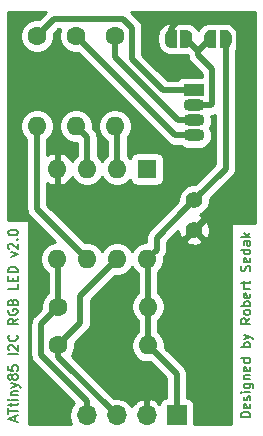
<source format=gtl>
G04 #@! TF.GenerationSoftware,KiCad,Pcbnew,5.1.10-88a1d61d58~90~ubuntu20.04.1*
G04 #@! TF.CreationDate,2021-10-12T10:11:59+02:00*
G04 #@! TF.ProjectId,attiny85_I2C_RGB_LED_v2,61747469-6e79-4383-955f-4932435f5247,2.0*
G04 #@! TF.SameCoordinates,Original*
G04 #@! TF.FileFunction,Copper,L1,Top*
G04 #@! TF.FilePolarity,Positive*
%FSLAX46Y46*%
G04 Gerber Fmt 4.6, Leading zero omitted, Abs format (unit mm)*
G04 Created by KiCad (PCBNEW 5.1.10-88a1d61d58~90~ubuntu20.04.1) date 2021-10-12 10:11:59*
%MOMM*%
%LPD*%
G01*
G04 APERTURE LIST*
G04 #@! TA.AperFunction,NonConductor*
%ADD10C,0.150000*%
G04 #@! TD*
G04 #@! TA.AperFunction,SMDPad,CuDef*
%ADD11C,0.200000*%
G04 #@! TD*
G04 #@! TA.AperFunction,ComponentPad*
%ADD12O,1.600000X1.600000*%
G04 #@! TD*
G04 #@! TA.AperFunction,ComponentPad*
%ADD13C,1.600000*%
G04 #@! TD*
G04 #@! TA.AperFunction,ComponentPad*
%ADD14R,1.600000X1.600000*%
G04 #@! TD*
G04 #@! TA.AperFunction,ComponentPad*
%ADD15R,1.700000X1.700000*%
G04 #@! TD*
G04 #@! TA.AperFunction,ComponentPad*
%ADD16O,1.700000X1.700000*%
G04 #@! TD*
G04 #@! TA.AperFunction,ComponentPad*
%ADD17R,1.800000X1.070000*%
G04 #@! TD*
G04 #@! TA.AperFunction,ComponentPad*
%ADD18O,1.800000X1.070000*%
G04 #@! TD*
G04 #@! TA.AperFunction,ComponentPad*
%ADD19C,1.400000*%
G04 #@! TD*
G04 #@! TA.AperFunction,Conductor*
%ADD20C,0.500000*%
G04 #@! TD*
G04 #@! TA.AperFunction,Conductor*
%ADD21C,0.254000*%
G04 #@! TD*
G04 #@! TA.AperFunction,Conductor*
%ADD22C,0.200000*%
G04 #@! TD*
G04 APERTURE END LIST*
D10*
X108133333Y-146076190D02*
X108133333Y-145695238D01*
X108361904Y-146152380D02*
X107561904Y-145885714D01*
X108361904Y-145619047D01*
X107561904Y-145466666D02*
X107561904Y-145009523D01*
X108361904Y-145238095D02*
X107561904Y-145238095D01*
X107828571Y-144857142D02*
X107828571Y-144552380D01*
X107561904Y-144742857D02*
X108247619Y-144742857D01*
X108323809Y-144704761D01*
X108361904Y-144628571D01*
X108361904Y-144552380D01*
X108361904Y-144285714D02*
X107828571Y-144285714D01*
X107561904Y-144285714D02*
X107600000Y-144323809D01*
X107638095Y-144285714D01*
X107600000Y-144247619D01*
X107561904Y-144285714D01*
X107638095Y-144285714D01*
X107828571Y-143904761D02*
X108361904Y-143904761D01*
X107904761Y-143904761D02*
X107866666Y-143866666D01*
X107828571Y-143790476D01*
X107828571Y-143676190D01*
X107866666Y-143600000D01*
X107942857Y-143561904D01*
X108361904Y-143561904D01*
X107828571Y-143257142D02*
X108361904Y-143066666D01*
X107828571Y-142876190D02*
X108361904Y-143066666D01*
X108552380Y-143142857D01*
X108590476Y-143180952D01*
X108628571Y-143257142D01*
X107904761Y-142457142D02*
X107866666Y-142533333D01*
X107828571Y-142571428D01*
X107752380Y-142609523D01*
X107714285Y-142609523D01*
X107638095Y-142571428D01*
X107600000Y-142533333D01*
X107561904Y-142457142D01*
X107561904Y-142304761D01*
X107600000Y-142228571D01*
X107638095Y-142190476D01*
X107714285Y-142152380D01*
X107752380Y-142152380D01*
X107828571Y-142190476D01*
X107866666Y-142228571D01*
X107904761Y-142304761D01*
X107904761Y-142457142D01*
X107942857Y-142533333D01*
X107980952Y-142571428D01*
X108057142Y-142609523D01*
X108209523Y-142609523D01*
X108285714Y-142571428D01*
X108323809Y-142533333D01*
X108361904Y-142457142D01*
X108361904Y-142304761D01*
X108323809Y-142228571D01*
X108285714Y-142190476D01*
X108209523Y-142152380D01*
X108057142Y-142152380D01*
X107980952Y-142190476D01*
X107942857Y-142228571D01*
X107904761Y-142304761D01*
X107561904Y-141428571D02*
X107561904Y-141809523D01*
X107942857Y-141847619D01*
X107904761Y-141809523D01*
X107866666Y-141733333D01*
X107866666Y-141542857D01*
X107904761Y-141466666D01*
X107942857Y-141428571D01*
X108019047Y-141390476D01*
X108209523Y-141390476D01*
X108285714Y-141428571D01*
X108323809Y-141466666D01*
X108361904Y-141542857D01*
X108361904Y-141733333D01*
X108323809Y-141809523D01*
X108285714Y-141847619D01*
X108361904Y-140438095D02*
X107561904Y-140438095D01*
X107638095Y-140095238D02*
X107600000Y-140057142D01*
X107561904Y-139980952D01*
X107561904Y-139790476D01*
X107600000Y-139714285D01*
X107638095Y-139676190D01*
X107714285Y-139638095D01*
X107790476Y-139638095D01*
X107904761Y-139676190D01*
X108361904Y-140133333D01*
X108361904Y-139638095D01*
X108285714Y-138838095D02*
X108323809Y-138876190D01*
X108361904Y-138990476D01*
X108361904Y-139066666D01*
X108323809Y-139180952D01*
X108247619Y-139257142D01*
X108171428Y-139295238D01*
X108019047Y-139333333D01*
X107904761Y-139333333D01*
X107752380Y-139295238D01*
X107676190Y-139257142D01*
X107600000Y-139180952D01*
X107561904Y-139066666D01*
X107561904Y-138990476D01*
X107600000Y-138876190D01*
X107638095Y-138838095D01*
X108361904Y-137428571D02*
X107980952Y-137695238D01*
X108361904Y-137885714D02*
X107561904Y-137885714D01*
X107561904Y-137580952D01*
X107600000Y-137504761D01*
X107638095Y-137466666D01*
X107714285Y-137428571D01*
X107828571Y-137428571D01*
X107904761Y-137466666D01*
X107942857Y-137504761D01*
X107980952Y-137580952D01*
X107980952Y-137885714D01*
X107600000Y-136666666D02*
X107561904Y-136742857D01*
X107561904Y-136857142D01*
X107600000Y-136971428D01*
X107676190Y-137047619D01*
X107752380Y-137085714D01*
X107904761Y-137123809D01*
X108019047Y-137123809D01*
X108171428Y-137085714D01*
X108247619Y-137047619D01*
X108323809Y-136971428D01*
X108361904Y-136857142D01*
X108361904Y-136780952D01*
X108323809Y-136666666D01*
X108285714Y-136628571D01*
X108019047Y-136628571D01*
X108019047Y-136780952D01*
X107942857Y-136019047D02*
X107980952Y-135904761D01*
X108019047Y-135866666D01*
X108095238Y-135828571D01*
X108209523Y-135828571D01*
X108285714Y-135866666D01*
X108323809Y-135904761D01*
X108361904Y-135980952D01*
X108361904Y-136285714D01*
X107561904Y-136285714D01*
X107561904Y-136019047D01*
X107600000Y-135942857D01*
X107638095Y-135904761D01*
X107714285Y-135866666D01*
X107790476Y-135866666D01*
X107866666Y-135904761D01*
X107904761Y-135942857D01*
X107942857Y-136019047D01*
X107942857Y-136285714D01*
X108361904Y-134495238D02*
X108361904Y-134876190D01*
X107561904Y-134876190D01*
X107942857Y-134228571D02*
X107942857Y-133961904D01*
X108361904Y-133847619D02*
X108361904Y-134228571D01*
X107561904Y-134228571D01*
X107561904Y-133847619D01*
X108361904Y-133504761D02*
X107561904Y-133504761D01*
X107561904Y-133314285D01*
X107600000Y-133200000D01*
X107676190Y-133123809D01*
X107752380Y-133085714D01*
X107904761Y-133047619D01*
X108019047Y-133047619D01*
X108171428Y-133085714D01*
X108247619Y-133123809D01*
X108323809Y-133200000D01*
X108361904Y-133314285D01*
X108361904Y-133504761D01*
X107828571Y-132171428D02*
X108361904Y-131980952D01*
X107828571Y-131790476D01*
X107638095Y-131523809D02*
X107600000Y-131485714D01*
X107561904Y-131409523D01*
X107561904Y-131219047D01*
X107600000Y-131142857D01*
X107638095Y-131104761D01*
X107714285Y-131066666D01*
X107790476Y-131066666D01*
X107904761Y-131104761D01*
X108361904Y-131561904D01*
X108361904Y-131066666D01*
X108285714Y-130723809D02*
X108323809Y-130685714D01*
X108361904Y-130723809D01*
X108323809Y-130761904D01*
X108285714Y-130723809D01*
X108361904Y-130723809D01*
X107561904Y-130190476D02*
X107561904Y-130114285D01*
X107600000Y-130038095D01*
X107638095Y-130000000D01*
X107714285Y-129961904D01*
X107866666Y-129923809D01*
X108057142Y-129923809D01*
X108209523Y-129961904D01*
X108285714Y-130000000D01*
X108323809Y-130038095D01*
X108361904Y-130114285D01*
X108361904Y-130190476D01*
X108323809Y-130266666D01*
X108285714Y-130304761D01*
X108209523Y-130342857D01*
X108057142Y-130380952D01*
X107866666Y-130380952D01*
X107714285Y-130342857D01*
X107638095Y-130304761D01*
X107600000Y-130266666D01*
X107561904Y-130190476D01*
X128061904Y-145790476D02*
X127261904Y-145790476D01*
X127261904Y-145600000D01*
X127300000Y-145485714D01*
X127376190Y-145409523D01*
X127452380Y-145371428D01*
X127604761Y-145333333D01*
X127719047Y-145333333D01*
X127871428Y-145371428D01*
X127947619Y-145409523D01*
X128023809Y-145485714D01*
X128061904Y-145600000D01*
X128061904Y-145790476D01*
X128023809Y-144685714D02*
X128061904Y-144761904D01*
X128061904Y-144914285D01*
X128023809Y-144990476D01*
X127947619Y-145028571D01*
X127642857Y-145028571D01*
X127566666Y-144990476D01*
X127528571Y-144914285D01*
X127528571Y-144761904D01*
X127566666Y-144685714D01*
X127642857Y-144647619D01*
X127719047Y-144647619D01*
X127795238Y-145028571D01*
X128023809Y-144342857D02*
X128061904Y-144266666D01*
X128061904Y-144114285D01*
X128023809Y-144038095D01*
X127947619Y-144000000D01*
X127909523Y-144000000D01*
X127833333Y-144038095D01*
X127795238Y-144114285D01*
X127795238Y-144228571D01*
X127757142Y-144304761D01*
X127680952Y-144342857D01*
X127642857Y-144342857D01*
X127566666Y-144304761D01*
X127528571Y-144228571D01*
X127528571Y-144114285D01*
X127566666Y-144038095D01*
X128061904Y-143657142D02*
X127528571Y-143657142D01*
X127261904Y-143657142D02*
X127300000Y-143695238D01*
X127338095Y-143657142D01*
X127300000Y-143619047D01*
X127261904Y-143657142D01*
X127338095Y-143657142D01*
X127528571Y-142933333D02*
X128176190Y-142933333D01*
X128252380Y-142971428D01*
X128290476Y-143009523D01*
X128328571Y-143085714D01*
X128328571Y-143200000D01*
X128290476Y-143276190D01*
X128023809Y-142933333D02*
X128061904Y-143009523D01*
X128061904Y-143161904D01*
X128023809Y-143238095D01*
X127985714Y-143276190D01*
X127909523Y-143314285D01*
X127680952Y-143314285D01*
X127604761Y-143276190D01*
X127566666Y-143238095D01*
X127528571Y-143161904D01*
X127528571Y-143009523D01*
X127566666Y-142933333D01*
X127528571Y-142552380D02*
X128061904Y-142552380D01*
X127604761Y-142552380D02*
X127566666Y-142514285D01*
X127528571Y-142438095D01*
X127528571Y-142323809D01*
X127566666Y-142247619D01*
X127642857Y-142209523D01*
X128061904Y-142209523D01*
X128023809Y-141523809D02*
X128061904Y-141600000D01*
X128061904Y-141752380D01*
X128023809Y-141828571D01*
X127947619Y-141866666D01*
X127642857Y-141866666D01*
X127566666Y-141828571D01*
X127528571Y-141752380D01*
X127528571Y-141600000D01*
X127566666Y-141523809D01*
X127642857Y-141485714D01*
X127719047Y-141485714D01*
X127795238Y-141866666D01*
X128061904Y-140800000D02*
X127261904Y-140800000D01*
X128023809Y-140800000D02*
X128061904Y-140876190D01*
X128061904Y-141028571D01*
X128023809Y-141104761D01*
X127985714Y-141142857D01*
X127909523Y-141180952D01*
X127680952Y-141180952D01*
X127604761Y-141142857D01*
X127566666Y-141104761D01*
X127528571Y-141028571D01*
X127528571Y-140876190D01*
X127566666Y-140800000D01*
X128061904Y-139809523D02*
X127261904Y-139809523D01*
X127566666Y-139809523D02*
X127528571Y-139733333D01*
X127528571Y-139580952D01*
X127566666Y-139504761D01*
X127604761Y-139466666D01*
X127680952Y-139428571D01*
X127909523Y-139428571D01*
X127985714Y-139466666D01*
X128023809Y-139504761D01*
X128061904Y-139580952D01*
X128061904Y-139733333D01*
X128023809Y-139809523D01*
X127528571Y-139161904D02*
X128061904Y-138971428D01*
X127528571Y-138780952D02*
X128061904Y-138971428D01*
X128252380Y-139047619D01*
X128290476Y-139085714D01*
X128328571Y-139161904D01*
X128061904Y-137409523D02*
X127680952Y-137676190D01*
X128061904Y-137866666D02*
X127261904Y-137866666D01*
X127261904Y-137561904D01*
X127300000Y-137485714D01*
X127338095Y-137447619D01*
X127414285Y-137409523D01*
X127528571Y-137409523D01*
X127604761Y-137447619D01*
X127642857Y-137485714D01*
X127680952Y-137561904D01*
X127680952Y-137866666D01*
X128061904Y-136952380D02*
X128023809Y-137028571D01*
X127985714Y-137066666D01*
X127909523Y-137104761D01*
X127680952Y-137104761D01*
X127604761Y-137066666D01*
X127566666Y-137028571D01*
X127528571Y-136952380D01*
X127528571Y-136838095D01*
X127566666Y-136761904D01*
X127604761Y-136723809D01*
X127680952Y-136685714D01*
X127909523Y-136685714D01*
X127985714Y-136723809D01*
X128023809Y-136761904D01*
X128061904Y-136838095D01*
X128061904Y-136952380D01*
X128061904Y-136342857D02*
X127261904Y-136342857D01*
X127566666Y-136342857D02*
X127528571Y-136266666D01*
X127528571Y-136114285D01*
X127566666Y-136038095D01*
X127604761Y-136000000D01*
X127680952Y-135961904D01*
X127909523Y-135961904D01*
X127985714Y-136000000D01*
X128023809Y-136038095D01*
X128061904Y-136114285D01*
X128061904Y-136266666D01*
X128023809Y-136342857D01*
X128023809Y-135314285D02*
X128061904Y-135390476D01*
X128061904Y-135542857D01*
X128023809Y-135619047D01*
X127947619Y-135657142D01*
X127642857Y-135657142D01*
X127566666Y-135619047D01*
X127528571Y-135542857D01*
X127528571Y-135390476D01*
X127566666Y-135314285D01*
X127642857Y-135276190D01*
X127719047Y-135276190D01*
X127795238Y-135657142D01*
X128061904Y-134933333D02*
X127528571Y-134933333D01*
X127680952Y-134933333D02*
X127604761Y-134895238D01*
X127566666Y-134857142D01*
X127528571Y-134780952D01*
X127528571Y-134704761D01*
X127528571Y-134552380D02*
X127528571Y-134247619D01*
X127261904Y-134438095D02*
X127947619Y-134438095D01*
X128023809Y-134400000D01*
X128061904Y-134323809D01*
X128061904Y-134247619D01*
X128023809Y-133409523D02*
X128061904Y-133295238D01*
X128061904Y-133104761D01*
X128023809Y-133028571D01*
X127985714Y-132990476D01*
X127909523Y-132952380D01*
X127833333Y-132952380D01*
X127757142Y-132990476D01*
X127719047Y-133028571D01*
X127680952Y-133104761D01*
X127642857Y-133257142D01*
X127604761Y-133333333D01*
X127566666Y-133371428D01*
X127490476Y-133409523D01*
X127414285Y-133409523D01*
X127338095Y-133371428D01*
X127300000Y-133333333D01*
X127261904Y-133257142D01*
X127261904Y-133066666D01*
X127300000Y-132952380D01*
X128023809Y-132304761D02*
X128061904Y-132380952D01*
X128061904Y-132533333D01*
X128023809Y-132609523D01*
X127947619Y-132647619D01*
X127642857Y-132647619D01*
X127566666Y-132609523D01*
X127528571Y-132533333D01*
X127528571Y-132380952D01*
X127566666Y-132304761D01*
X127642857Y-132266666D01*
X127719047Y-132266666D01*
X127795238Y-132647619D01*
X128061904Y-131580952D02*
X127261904Y-131580952D01*
X128023809Y-131580952D02*
X128061904Y-131657142D01*
X128061904Y-131809523D01*
X128023809Y-131885714D01*
X127985714Y-131923809D01*
X127909523Y-131961904D01*
X127680952Y-131961904D01*
X127604761Y-131923809D01*
X127566666Y-131885714D01*
X127528571Y-131809523D01*
X127528571Y-131657142D01*
X127566666Y-131580952D01*
X128061904Y-130857142D02*
X127642857Y-130857142D01*
X127566666Y-130895238D01*
X127528571Y-130971428D01*
X127528571Y-131123809D01*
X127566666Y-131200000D01*
X128023809Y-130857142D02*
X128061904Y-130933333D01*
X128061904Y-131123809D01*
X128023809Y-131200000D01*
X127947619Y-131238095D01*
X127871428Y-131238095D01*
X127795238Y-131200000D01*
X127757142Y-131123809D01*
X127757142Y-130933333D01*
X127719047Y-130857142D01*
X128061904Y-130476190D02*
X127261904Y-130476190D01*
X127757142Y-130400000D02*
X128061904Y-130171428D01*
X127528571Y-130171428D02*
X127833333Y-130476190D01*
G04 #@! TA.AperFunction,SMDPad,CuDef*
D11*
G36*
X121346200Y-114490598D02*
G01*
X121321666Y-114490598D01*
X121272835Y-114485788D01*
X121224710Y-114476216D01*
X121177755Y-114461972D01*
X121132422Y-114443195D01*
X121089149Y-114420064D01*
X121048350Y-114392804D01*
X121010421Y-114361676D01*
X120975724Y-114326979D01*
X120944596Y-114289050D01*
X120917336Y-114248251D01*
X120894205Y-114204978D01*
X120875428Y-114159645D01*
X120861184Y-114112690D01*
X120851612Y-114064565D01*
X120846802Y-114015734D01*
X120846802Y-113991200D01*
X120846200Y-113991200D01*
X120846200Y-113491200D01*
X120846802Y-113491200D01*
X120846802Y-113466666D01*
X120851612Y-113417835D01*
X120861184Y-113369710D01*
X120875428Y-113322755D01*
X120894205Y-113277422D01*
X120917336Y-113234149D01*
X120944596Y-113193350D01*
X120975724Y-113155421D01*
X121010421Y-113120724D01*
X121048350Y-113089596D01*
X121089149Y-113062336D01*
X121132422Y-113039205D01*
X121177755Y-113020428D01*
X121224710Y-113006184D01*
X121272835Y-112996612D01*
X121321666Y-112991802D01*
X121346200Y-112991802D01*
X121346200Y-112991200D01*
X121846200Y-112991200D01*
X121846200Y-114491200D01*
X121346200Y-114491200D01*
X121346200Y-114490598D01*
G37*
G04 #@! TD.AperFunction*
G04 #@! TA.AperFunction,SMDPad,CuDef*
G36*
X122146200Y-112991200D02*
G01*
X122646200Y-112991200D01*
X122646200Y-112991802D01*
X122670734Y-112991802D01*
X122719565Y-112996612D01*
X122767690Y-113006184D01*
X122814645Y-113020428D01*
X122859978Y-113039205D01*
X122903251Y-113062336D01*
X122944050Y-113089596D01*
X122981979Y-113120724D01*
X123016676Y-113155421D01*
X123047804Y-113193350D01*
X123075064Y-113234149D01*
X123098195Y-113277422D01*
X123116972Y-113322755D01*
X123131216Y-113369710D01*
X123140788Y-113417835D01*
X123145598Y-113466666D01*
X123145598Y-113491200D01*
X123146200Y-113491200D01*
X123146200Y-113991200D01*
X123145598Y-113991200D01*
X123145598Y-114015734D01*
X123140788Y-114064565D01*
X123131216Y-114112690D01*
X123116972Y-114159645D01*
X123098195Y-114204978D01*
X123075064Y-114248251D01*
X123047804Y-114289050D01*
X123016676Y-114326979D01*
X122981979Y-114361676D01*
X122944050Y-114392804D01*
X122903251Y-114420064D01*
X122859978Y-114443195D01*
X122814645Y-114461972D01*
X122767690Y-114476216D01*
X122719565Y-114485788D01*
X122670734Y-114490598D01*
X122646200Y-114490598D01*
X122646200Y-114491200D01*
X122146200Y-114491200D01*
X122146200Y-112991200D01*
G37*
G04 #@! TD.AperFunction*
G04 #@! TA.AperFunction,SMDPad,CuDef*
G36*
X125484000Y-112991200D02*
G01*
X125984000Y-112991200D01*
X125984000Y-112991802D01*
X126008534Y-112991802D01*
X126057365Y-112996612D01*
X126105490Y-113006184D01*
X126152445Y-113020428D01*
X126197778Y-113039205D01*
X126241051Y-113062336D01*
X126281850Y-113089596D01*
X126319779Y-113120724D01*
X126354476Y-113155421D01*
X126385604Y-113193350D01*
X126412864Y-113234149D01*
X126435995Y-113277422D01*
X126454772Y-113322755D01*
X126469016Y-113369710D01*
X126478588Y-113417835D01*
X126483398Y-113466666D01*
X126483398Y-113491200D01*
X126484000Y-113491200D01*
X126484000Y-113991200D01*
X126483398Y-113991200D01*
X126483398Y-114015734D01*
X126478588Y-114064565D01*
X126469016Y-114112690D01*
X126454772Y-114159645D01*
X126435995Y-114204978D01*
X126412864Y-114248251D01*
X126385604Y-114289050D01*
X126354476Y-114326979D01*
X126319779Y-114361676D01*
X126281850Y-114392804D01*
X126241051Y-114420064D01*
X126197778Y-114443195D01*
X126152445Y-114461972D01*
X126105490Y-114476216D01*
X126057365Y-114485788D01*
X126008534Y-114490598D01*
X125984000Y-114490598D01*
X125984000Y-114491200D01*
X125484000Y-114491200D01*
X125484000Y-112991200D01*
G37*
G04 #@! TD.AperFunction*
G04 #@! TA.AperFunction,SMDPad,CuDef*
G36*
X124684000Y-114490598D02*
G01*
X124659466Y-114490598D01*
X124610635Y-114485788D01*
X124562510Y-114476216D01*
X124515555Y-114461972D01*
X124470222Y-114443195D01*
X124426949Y-114420064D01*
X124386150Y-114392804D01*
X124348221Y-114361676D01*
X124313524Y-114326979D01*
X124282396Y-114289050D01*
X124255136Y-114248251D01*
X124232005Y-114204978D01*
X124213228Y-114159645D01*
X124198984Y-114112690D01*
X124189412Y-114064565D01*
X124184602Y-114015734D01*
X124184602Y-113991200D01*
X124184000Y-113991200D01*
X124184000Y-113491200D01*
X124184602Y-113491200D01*
X124184602Y-113466666D01*
X124189412Y-113417835D01*
X124198984Y-113369710D01*
X124213228Y-113322755D01*
X124232005Y-113277422D01*
X124255136Y-113234149D01*
X124282396Y-113193350D01*
X124313524Y-113155421D01*
X124348221Y-113120724D01*
X124386150Y-113089596D01*
X124426949Y-113062336D01*
X124470222Y-113039205D01*
X124515555Y-113020428D01*
X124562510Y-113006184D01*
X124610635Y-112996612D01*
X124659466Y-112991802D01*
X124684000Y-112991802D01*
X124684000Y-112991200D01*
X125184000Y-112991200D01*
X125184000Y-114491200D01*
X124684000Y-114491200D01*
X124684000Y-114490598D01*
G37*
G04 #@! TD.AperFunction*
D12*
X119405400Y-139700000D03*
D13*
X111785400Y-139700000D03*
X111785400Y-136400000D03*
D12*
X119405400Y-136400000D03*
D14*
X119330000Y-124760000D03*
D12*
X111710000Y-132380000D03*
X116790000Y-124760000D03*
X114250000Y-132380000D03*
X114250000Y-124760000D03*
X116790000Y-132380000D03*
X111710000Y-124760000D03*
X119330000Y-132380000D03*
D15*
X121825400Y-145626400D03*
D16*
X119285400Y-145626400D03*
X116745400Y-145626400D03*
X114205400Y-145626400D03*
D17*
X123300000Y-118100000D03*
D18*
X123300000Y-119370000D03*
X123300000Y-120640000D03*
X123300000Y-121910000D03*
D19*
X123300000Y-127400000D03*
X123300000Y-129900000D03*
D13*
X110000000Y-113500000D03*
D12*
X110000000Y-121120000D03*
X116600000Y-121120000D03*
D13*
X116600000Y-113500000D03*
X113300000Y-113500000D03*
D12*
X113300000Y-121120000D03*
D20*
X123300000Y-118100000D02*
X120700000Y-118100000D01*
X120700000Y-118100000D02*
X118950001Y-116350001D01*
X118186200Y-115586200D02*
X120700000Y-118100000D01*
X111450001Y-112049999D02*
X110000000Y-113500000D01*
X117296001Y-112049999D02*
X111450001Y-112049999D01*
X118051100Y-112805098D02*
X117296001Y-112049999D01*
X118051100Y-115451100D02*
X118051100Y-112805098D01*
X120700000Y-118100000D02*
X118051100Y-115451100D01*
X114250000Y-122070000D02*
X113300000Y-121120000D01*
X114250000Y-124760000D02*
X114250000Y-122070000D01*
X116790000Y-121310000D02*
X116600000Y-121120000D01*
X116790000Y-124760000D02*
X116790000Y-121310000D01*
X110000000Y-128130000D02*
X110000000Y-121120000D01*
X114250000Y-132380000D02*
X110000000Y-128130000D01*
X116600000Y-115272806D02*
X116600000Y-114631370D01*
X116600000Y-114631370D02*
X116600000Y-113500000D01*
X121967194Y-120640000D02*
X116600000Y-115272806D01*
X123300000Y-120640000D02*
X121967194Y-120640000D01*
X121710000Y-121910000D02*
X113300000Y-113500000D01*
X123300000Y-121910000D02*
X121710000Y-121910000D01*
X111780000Y-132450000D02*
X111710000Y-132380000D01*
X111785400Y-132455400D02*
X111710000Y-132380000D01*
X111785400Y-136400000D02*
X111785400Y-132455400D01*
X110335399Y-137850001D02*
X110985401Y-137199999D01*
X110335399Y-140489205D02*
X110335399Y-137850001D01*
X114205400Y-144359206D02*
X110335399Y-140489205D01*
X110985401Y-137199999D02*
X111785400Y-136400000D01*
X114205400Y-145626400D02*
X114205400Y-144359206D01*
X116720000Y-132450000D02*
X116790000Y-132380000D01*
X111785400Y-140666400D02*
X111785400Y-139700000D01*
X116745400Y-145626400D02*
X111785400Y-140666400D01*
X111785400Y-139700000D02*
X113690400Y-137795000D01*
X113690400Y-135479600D02*
X116790000Y-132380000D01*
X113690400Y-137795000D02*
X113690400Y-135479600D01*
X119355400Y-145556400D02*
X119425400Y-145626400D01*
X121346200Y-112893608D02*
X121346200Y-113741200D01*
X121876954Y-112341190D02*
X121346200Y-112871944D01*
X121346200Y-112871944D02*
X121346200Y-112893608D01*
X126456946Y-112341190D02*
X121876954Y-112341190D01*
X127134010Y-113018254D02*
X126456946Y-112341190D01*
X127134010Y-126065990D02*
X127134010Y-113018254D01*
X123300000Y-129900000D02*
X127134010Y-126065990D01*
X119530000Y-132580000D02*
X119330000Y-132380000D01*
X122600001Y-128099999D02*
X123300000Y-127400000D01*
X120129999Y-131580001D02*
X120129999Y-130570001D01*
X120129999Y-130570001D02*
X122600001Y-128099999D01*
X119330000Y-132380000D02*
X120129999Y-131580001D01*
X121825400Y-142120000D02*
X119405400Y-139700000D01*
X121825400Y-145626400D02*
X121825400Y-142120000D01*
X119405400Y-139700000D02*
X119405400Y-136400000D01*
X119405400Y-132455400D02*
X119330000Y-132380000D01*
X119405400Y-136400000D02*
X119405400Y-132455400D01*
X125984000Y-124716000D02*
X125984000Y-113741200D01*
X123300000Y-127400000D02*
X125984000Y-124716000D01*
X124850001Y-116315601D02*
X123647200Y-115112800D01*
X123647200Y-114778000D02*
X124684000Y-113741200D01*
X123647200Y-115112800D02*
X123647200Y-114778000D01*
X123647200Y-114742200D02*
X122646200Y-113741200D01*
X123647200Y-115112800D02*
X123647200Y-114742200D01*
X124850001Y-119219999D02*
X124850001Y-116315601D01*
X124700000Y-119370000D02*
X124850001Y-119219999D01*
X123300000Y-119370000D02*
X124700000Y-119370000D01*
D21*
X128465000Y-129309047D02*
X126451500Y-129309047D01*
X126451500Y-146356400D01*
X123313472Y-146356400D01*
X123313472Y-144776400D01*
X123301212Y-144651918D01*
X123264902Y-144532220D01*
X123205937Y-144421906D01*
X123126585Y-144325215D01*
X123029894Y-144245863D01*
X122919580Y-144186898D01*
X122799882Y-144150588D01*
X122710400Y-144141775D01*
X122710400Y-142163469D01*
X122714681Y-142120000D01*
X122710400Y-142076531D01*
X122710400Y-142076523D01*
X122697595Y-141946510D01*
X122646989Y-141779687D01*
X122564811Y-141625941D01*
X122481932Y-141524953D01*
X122481930Y-141524951D01*
X122454217Y-141491183D01*
X122420449Y-141463470D01*
X120833417Y-139876439D01*
X120840400Y-139841335D01*
X120840400Y-139558665D01*
X120785253Y-139281426D01*
X120677080Y-139020273D01*
X120520037Y-138785241D01*
X120320159Y-138585363D01*
X120290400Y-138565479D01*
X120290400Y-137534521D01*
X120320159Y-137514637D01*
X120520037Y-137314759D01*
X120677080Y-137079727D01*
X120785253Y-136818574D01*
X120840400Y-136541335D01*
X120840400Y-136258665D01*
X120785253Y-135981426D01*
X120677080Y-135720273D01*
X120520037Y-135485241D01*
X120320159Y-135285363D01*
X120290400Y-135265479D01*
X120290400Y-133448996D01*
X120444637Y-133294759D01*
X120601680Y-133059727D01*
X120709853Y-132798574D01*
X120765000Y-132521335D01*
X120765000Y-132238665D01*
X120759015Y-132208576D01*
X120869410Y-132074060D01*
X120951588Y-131920314D01*
X121002194Y-131753491D01*
X121014999Y-131623478D01*
X121014999Y-131623468D01*
X121019280Y-131580002D01*
X121014999Y-131536536D01*
X121014999Y-130936579D01*
X121130309Y-130821269D01*
X122558336Y-130821269D01*
X122617797Y-131055037D01*
X122856242Y-131165934D01*
X123111740Y-131228183D01*
X123374473Y-131239390D01*
X123634344Y-131199125D01*
X123881366Y-131108935D01*
X123982203Y-131055037D01*
X124041664Y-130821269D01*
X123300000Y-130079605D01*
X122558336Y-130821269D01*
X121130309Y-130821269D01*
X121962823Y-129988756D01*
X122000875Y-130234344D01*
X122091065Y-130481366D01*
X122144963Y-130582203D01*
X122378731Y-130641664D01*
X123120395Y-129900000D01*
X123479605Y-129900000D01*
X124221269Y-130641664D01*
X124455037Y-130582203D01*
X124565934Y-130343758D01*
X124628183Y-130088260D01*
X124639390Y-129825527D01*
X124599125Y-129565656D01*
X124508935Y-129318634D01*
X124455037Y-129217797D01*
X124221269Y-129158336D01*
X123479605Y-129900000D01*
X123120395Y-129900000D01*
X123106253Y-129885858D01*
X123285858Y-129706253D01*
X123300000Y-129720395D01*
X124041664Y-128978731D01*
X123982203Y-128744963D01*
X123774596Y-128648408D01*
X123932359Y-128583061D01*
X124151013Y-128436962D01*
X124336962Y-128251013D01*
X124483061Y-128032359D01*
X124583696Y-127789405D01*
X124635000Y-127531486D01*
X124635000Y-127316578D01*
X126579050Y-125372529D01*
X126612817Y-125344817D01*
X126723411Y-125210059D01*
X126805589Y-125056313D01*
X126856195Y-124889490D01*
X126869000Y-124759477D01*
X126869000Y-124759467D01*
X126873281Y-124716001D01*
X126869000Y-124672535D01*
X126869000Y-114701934D01*
X126901042Y-114662891D01*
X126955498Y-114581392D01*
X127014464Y-114471075D01*
X127051973Y-114380519D01*
X127088282Y-114260823D01*
X127107404Y-114164690D01*
X127119664Y-114040209D01*
X127119664Y-114015650D01*
X127122072Y-113991200D01*
X127122072Y-113491200D01*
X127119664Y-113466750D01*
X127119664Y-113442191D01*
X127107404Y-113317710D01*
X127088282Y-113221577D01*
X127051973Y-113101881D01*
X127014464Y-113011325D01*
X126955498Y-112901008D01*
X126901042Y-112819509D01*
X126821690Y-112722818D01*
X126752382Y-112653510D01*
X126655691Y-112574158D01*
X126574192Y-112519702D01*
X126463875Y-112460736D01*
X126373319Y-112423227D01*
X126253623Y-112386918D01*
X126157490Y-112367796D01*
X126033009Y-112355536D01*
X126008450Y-112355536D01*
X125984000Y-112353128D01*
X125484000Y-112353128D01*
X125359518Y-112365388D01*
X125334000Y-112373129D01*
X125308482Y-112365388D01*
X125184000Y-112353128D01*
X124684000Y-112353128D01*
X124659550Y-112355536D01*
X124634991Y-112355536D01*
X124510510Y-112367796D01*
X124414377Y-112386918D01*
X124294681Y-112423227D01*
X124204125Y-112460736D01*
X124093808Y-112519702D01*
X124012309Y-112574158D01*
X123915618Y-112653510D01*
X123846310Y-112722818D01*
X123766958Y-112819509D01*
X123712502Y-112901008D01*
X123665100Y-112989690D01*
X123617698Y-112901008D01*
X123563242Y-112819509D01*
X123483890Y-112722818D01*
X123414582Y-112653510D01*
X123317891Y-112574158D01*
X123236392Y-112519702D01*
X123126075Y-112460736D01*
X123035519Y-112423227D01*
X122915823Y-112386918D01*
X122819690Y-112367796D01*
X122695209Y-112355536D01*
X122670650Y-112355536D01*
X122646200Y-112353128D01*
X122146200Y-112353128D01*
X122021718Y-112365388D01*
X121996200Y-112373129D01*
X121970682Y-112365388D01*
X121846200Y-112353128D01*
X121346200Y-112353128D01*
X121321750Y-112355536D01*
X121297191Y-112355536D01*
X121172710Y-112367796D01*
X121076577Y-112386918D01*
X120956881Y-112423227D01*
X120866325Y-112460736D01*
X120756008Y-112519702D01*
X120674509Y-112574158D01*
X120577818Y-112653510D01*
X120508510Y-112722818D01*
X120429158Y-112819509D01*
X120374702Y-112901008D01*
X120315736Y-113011325D01*
X120278227Y-113101881D01*
X120241918Y-113221577D01*
X120222796Y-113317710D01*
X120210536Y-113442191D01*
X120210536Y-113466750D01*
X120208128Y-113491200D01*
X120208128Y-113991200D01*
X120210536Y-114015650D01*
X120210536Y-114040209D01*
X120222796Y-114164690D01*
X120241918Y-114260823D01*
X120278227Y-114380519D01*
X120315736Y-114471075D01*
X120374702Y-114581392D01*
X120429158Y-114662891D01*
X120508510Y-114759582D01*
X120577818Y-114828890D01*
X120674509Y-114908242D01*
X120756008Y-114962698D01*
X120866325Y-115021664D01*
X120956881Y-115059173D01*
X121076577Y-115095482D01*
X121172710Y-115114604D01*
X121297191Y-115126864D01*
X121321750Y-115126864D01*
X121346200Y-115129272D01*
X121846200Y-115129272D01*
X121970682Y-115117012D01*
X121996200Y-115109271D01*
X122021718Y-115117012D01*
X122146200Y-115129272D01*
X122646200Y-115129272D01*
X122670650Y-115126864D01*
X122695209Y-115126864D01*
X122758688Y-115120612D01*
X122762200Y-115156269D01*
X122762200Y-115156276D01*
X122775005Y-115286289D01*
X122825611Y-115453112D01*
X122907789Y-115606858D01*
X123018383Y-115741617D01*
X123052156Y-115769334D01*
X123965002Y-116682181D01*
X123965002Y-116926928D01*
X122400000Y-116926928D01*
X122275518Y-116939188D01*
X122155820Y-116975498D01*
X122045506Y-117034463D01*
X121948815Y-117113815D01*
X121869463Y-117210506D01*
X121867061Y-117215000D01*
X121066579Y-117215000D01*
X120123703Y-116272124D01*
X118936100Y-115084522D01*
X118936100Y-112848563D01*
X118940381Y-112805097D01*
X118936100Y-112761631D01*
X118936100Y-112761621D01*
X118923295Y-112631608D01*
X118872689Y-112464785D01*
X118790511Y-112311039D01*
X118679917Y-112176281D01*
X118646149Y-112148568D01*
X117952535Y-111454955D01*
X117936158Y-111435000D01*
X128465001Y-111435000D01*
X128465000Y-129309047D01*
G04 #@! TA.AperFunction,Conductor*
D22*
G36*
X128465000Y-129309047D02*
G01*
X126451500Y-129309047D01*
X126451500Y-146356400D01*
X123313472Y-146356400D01*
X123313472Y-144776400D01*
X123301212Y-144651918D01*
X123264902Y-144532220D01*
X123205937Y-144421906D01*
X123126585Y-144325215D01*
X123029894Y-144245863D01*
X122919580Y-144186898D01*
X122799882Y-144150588D01*
X122710400Y-144141775D01*
X122710400Y-142163469D01*
X122714681Y-142120000D01*
X122710400Y-142076531D01*
X122710400Y-142076523D01*
X122697595Y-141946510D01*
X122646989Y-141779687D01*
X122564811Y-141625941D01*
X122481932Y-141524953D01*
X122481930Y-141524951D01*
X122454217Y-141491183D01*
X122420449Y-141463470D01*
X120833417Y-139876439D01*
X120840400Y-139841335D01*
X120840400Y-139558665D01*
X120785253Y-139281426D01*
X120677080Y-139020273D01*
X120520037Y-138785241D01*
X120320159Y-138585363D01*
X120290400Y-138565479D01*
X120290400Y-137534521D01*
X120320159Y-137514637D01*
X120520037Y-137314759D01*
X120677080Y-137079727D01*
X120785253Y-136818574D01*
X120840400Y-136541335D01*
X120840400Y-136258665D01*
X120785253Y-135981426D01*
X120677080Y-135720273D01*
X120520037Y-135485241D01*
X120320159Y-135285363D01*
X120290400Y-135265479D01*
X120290400Y-133448996D01*
X120444637Y-133294759D01*
X120601680Y-133059727D01*
X120709853Y-132798574D01*
X120765000Y-132521335D01*
X120765000Y-132238665D01*
X120759015Y-132208576D01*
X120869410Y-132074060D01*
X120951588Y-131920314D01*
X121002194Y-131753491D01*
X121014999Y-131623478D01*
X121014999Y-131623468D01*
X121019280Y-131580002D01*
X121014999Y-131536536D01*
X121014999Y-130936579D01*
X121130309Y-130821269D01*
X122558336Y-130821269D01*
X122617797Y-131055037D01*
X122856242Y-131165934D01*
X123111740Y-131228183D01*
X123374473Y-131239390D01*
X123634344Y-131199125D01*
X123881366Y-131108935D01*
X123982203Y-131055037D01*
X124041664Y-130821269D01*
X123300000Y-130079605D01*
X122558336Y-130821269D01*
X121130309Y-130821269D01*
X121962823Y-129988756D01*
X122000875Y-130234344D01*
X122091065Y-130481366D01*
X122144963Y-130582203D01*
X122378731Y-130641664D01*
X123120395Y-129900000D01*
X123479605Y-129900000D01*
X124221269Y-130641664D01*
X124455037Y-130582203D01*
X124565934Y-130343758D01*
X124628183Y-130088260D01*
X124639390Y-129825527D01*
X124599125Y-129565656D01*
X124508935Y-129318634D01*
X124455037Y-129217797D01*
X124221269Y-129158336D01*
X123479605Y-129900000D01*
X123120395Y-129900000D01*
X123106253Y-129885858D01*
X123285858Y-129706253D01*
X123300000Y-129720395D01*
X124041664Y-128978731D01*
X123982203Y-128744963D01*
X123774596Y-128648408D01*
X123932359Y-128583061D01*
X124151013Y-128436962D01*
X124336962Y-128251013D01*
X124483061Y-128032359D01*
X124583696Y-127789405D01*
X124635000Y-127531486D01*
X124635000Y-127316578D01*
X126579050Y-125372529D01*
X126612817Y-125344817D01*
X126723411Y-125210059D01*
X126805589Y-125056313D01*
X126856195Y-124889490D01*
X126869000Y-124759477D01*
X126869000Y-124759467D01*
X126873281Y-124716001D01*
X126869000Y-124672535D01*
X126869000Y-114701934D01*
X126901042Y-114662891D01*
X126955498Y-114581392D01*
X127014464Y-114471075D01*
X127051973Y-114380519D01*
X127088282Y-114260823D01*
X127107404Y-114164690D01*
X127119664Y-114040209D01*
X127119664Y-114015650D01*
X127122072Y-113991200D01*
X127122072Y-113491200D01*
X127119664Y-113466750D01*
X127119664Y-113442191D01*
X127107404Y-113317710D01*
X127088282Y-113221577D01*
X127051973Y-113101881D01*
X127014464Y-113011325D01*
X126955498Y-112901008D01*
X126901042Y-112819509D01*
X126821690Y-112722818D01*
X126752382Y-112653510D01*
X126655691Y-112574158D01*
X126574192Y-112519702D01*
X126463875Y-112460736D01*
X126373319Y-112423227D01*
X126253623Y-112386918D01*
X126157490Y-112367796D01*
X126033009Y-112355536D01*
X126008450Y-112355536D01*
X125984000Y-112353128D01*
X125484000Y-112353128D01*
X125359518Y-112365388D01*
X125334000Y-112373129D01*
X125308482Y-112365388D01*
X125184000Y-112353128D01*
X124684000Y-112353128D01*
X124659550Y-112355536D01*
X124634991Y-112355536D01*
X124510510Y-112367796D01*
X124414377Y-112386918D01*
X124294681Y-112423227D01*
X124204125Y-112460736D01*
X124093808Y-112519702D01*
X124012309Y-112574158D01*
X123915618Y-112653510D01*
X123846310Y-112722818D01*
X123766958Y-112819509D01*
X123712502Y-112901008D01*
X123665100Y-112989690D01*
X123617698Y-112901008D01*
X123563242Y-112819509D01*
X123483890Y-112722818D01*
X123414582Y-112653510D01*
X123317891Y-112574158D01*
X123236392Y-112519702D01*
X123126075Y-112460736D01*
X123035519Y-112423227D01*
X122915823Y-112386918D01*
X122819690Y-112367796D01*
X122695209Y-112355536D01*
X122670650Y-112355536D01*
X122646200Y-112353128D01*
X122146200Y-112353128D01*
X122021718Y-112365388D01*
X121996200Y-112373129D01*
X121970682Y-112365388D01*
X121846200Y-112353128D01*
X121346200Y-112353128D01*
X121321750Y-112355536D01*
X121297191Y-112355536D01*
X121172710Y-112367796D01*
X121076577Y-112386918D01*
X120956881Y-112423227D01*
X120866325Y-112460736D01*
X120756008Y-112519702D01*
X120674509Y-112574158D01*
X120577818Y-112653510D01*
X120508510Y-112722818D01*
X120429158Y-112819509D01*
X120374702Y-112901008D01*
X120315736Y-113011325D01*
X120278227Y-113101881D01*
X120241918Y-113221577D01*
X120222796Y-113317710D01*
X120210536Y-113442191D01*
X120210536Y-113466750D01*
X120208128Y-113491200D01*
X120208128Y-113991200D01*
X120210536Y-114015650D01*
X120210536Y-114040209D01*
X120222796Y-114164690D01*
X120241918Y-114260823D01*
X120278227Y-114380519D01*
X120315736Y-114471075D01*
X120374702Y-114581392D01*
X120429158Y-114662891D01*
X120508510Y-114759582D01*
X120577818Y-114828890D01*
X120674509Y-114908242D01*
X120756008Y-114962698D01*
X120866325Y-115021664D01*
X120956881Y-115059173D01*
X121076577Y-115095482D01*
X121172710Y-115114604D01*
X121297191Y-115126864D01*
X121321750Y-115126864D01*
X121346200Y-115129272D01*
X121846200Y-115129272D01*
X121970682Y-115117012D01*
X121996200Y-115109271D01*
X122021718Y-115117012D01*
X122146200Y-115129272D01*
X122646200Y-115129272D01*
X122670650Y-115126864D01*
X122695209Y-115126864D01*
X122758688Y-115120612D01*
X122762200Y-115156269D01*
X122762200Y-115156276D01*
X122775005Y-115286289D01*
X122825611Y-115453112D01*
X122907789Y-115606858D01*
X123018383Y-115741617D01*
X123052156Y-115769334D01*
X123965002Y-116682181D01*
X123965002Y-116926928D01*
X122400000Y-116926928D01*
X122275518Y-116939188D01*
X122155820Y-116975498D01*
X122045506Y-117034463D01*
X121948815Y-117113815D01*
X121869463Y-117210506D01*
X121867061Y-117215000D01*
X121066579Y-117215000D01*
X120123703Y-116272124D01*
X118936100Y-115084522D01*
X118936100Y-112848563D01*
X118940381Y-112805097D01*
X118936100Y-112761631D01*
X118936100Y-112761621D01*
X118923295Y-112631608D01*
X118872689Y-112464785D01*
X118790511Y-112311039D01*
X118679917Y-112176281D01*
X118646149Y-112148568D01*
X117952535Y-111454955D01*
X117936158Y-111435000D01*
X128465001Y-111435000D01*
X128465000Y-129309047D01*
G37*
G04 #@! TD.AperFunction*
D21*
X110793471Y-111454950D02*
X110176439Y-112071983D01*
X110141335Y-112065000D01*
X109858665Y-112065000D01*
X109581426Y-112120147D01*
X109320273Y-112228320D01*
X109085241Y-112385363D01*
X108885363Y-112585241D01*
X108728320Y-112820273D01*
X108620147Y-113081426D01*
X108565000Y-113358665D01*
X108565000Y-113641335D01*
X108620147Y-113918574D01*
X108728320Y-114179727D01*
X108885363Y-114414759D01*
X109085241Y-114614637D01*
X109320273Y-114771680D01*
X109581426Y-114879853D01*
X109858665Y-114935000D01*
X110141335Y-114935000D01*
X110418574Y-114879853D01*
X110679727Y-114771680D01*
X110914759Y-114614637D01*
X111114637Y-114414759D01*
X111271680Y-114179727D01*
X111379853Y-113918574D01*
X111435000Y-113641335D01*
X111435000Y-113358665D01*
X111428017Y-113323561D01*
X111816580Y-112934999D01*
X111980799Y-112934999D01*
X111920147Y-113081426D01*
X111865000Y-113358665D01*
X111865000Y-113641335D01*
X111920147Y-113918574D01*
X112028320Y-114179727D01*
X112185363Y-114414759D01*
X112385241Y-114614637D01*
X112620273Y-114771680D01*
X112881426Y-114879853D01*
X113158665Y-114935000D01*
X113441335Y-114935000D01*
X113476439Y-114928017D01*
X121053470Y-122505049D01*
X121081183Y-122538817D01*
X121114951Y-122566530D01*
X121114953Y-122566532D01*
X121186452Y-122625210D01*
X121215941Y-122649411D01*
X121369687Y-122731589D01*
X121536510Y-122782195D01*
X121666523Y-122795000D01*
X121666533Y-122795000D01*
X121709999Y-122799281D01*
X121753466Y-122795000D01*
X122169094Y-122795000D01*
X122281838Y-122887526D01*
X122485094Y-122996169D01*
X122705640Y-123063071D01*
X122877523Y-123080000D01*
X123722477Y-123080000D01*
X123894360Y-123063071D01*
X124114906Y-122996169D01*
X124318162Y-122887526D01*
X124496318Y-122741318D01*
X124642526Y-122563162D01*
X124751169Y-122359906D01*
X124818071Y-122139360D01*
X124840661Y-121910000D01*
X124818071Y-121680640D01*
X124751169Y-121460094D01*
X124652234Y-121275000D01*
X124751169Y-121089906D01*
X124818071Y-120869360D01*
X124840661Y-120640000D01*
X124818071Y-120410640D01*
X124770064Y-120252381D01*
X124873490Y-120242195D01*
X125040313Y-120191589D01*
X125099000Y-120160220D01*
X125099000Y-124349421D01*
X123383422Y-126065000D01*
X123168514Y-126065000D01*
X122910595Y-126116304D01*
X122667641Y-126216939D01*
X122448987Y-126363038D01*
X122263038Y-126548987D01*
X122116939Y-126767641D01*
X122016304Y-127010595D01*
X121965000Y-127268514D01*
X121965000Y-127483421D01*
X119534950Y-129913472D01*
X119501183Y-129941184D01*
X119473470Y-129974952D01*
X119473467Y-129974955D01*
X119390589Y-130075942D01*
X119308411Y-130229688D01*
X119257804Y-130396511D01*
X119240718Y-130570001D01*
X119245000Y-130613479D01*
X119245000Y-130945000D01*
X119188665Y-130945000D01*
X118911426Y-131000147D01*
X118650273Y-131108320D01*
X118415241Y-131265363D01*
X118215363Y-131465241D01*
X118060000Y-131697759D01*
X117904637Y-131465241D01*
X117704759Y-131265363D01*
X117469727Y-131108320D01*
X117208574Y-131000147D01*
X116931335Y-130945000D01*
X116648665Y-130945000D01*
X116371426Y-131000147D01*
X116110273Y-131108320D01*
X115875241Y-131265363D01*
X115675363Y-131465241D01*
X115520000Y-131697759D01*
X115364637Y-131465241D01*
X115164759Y-131265363D01*
X114929727Y-131108320D01*
X114668574Y-131000147D01*
X114391335Y-130945000D01*
X114108665Y-130945000D01*
X114073561Y-130951983D01*
X110885000Y-127763422D01*
X110885000Y-125926118D01*
X110972580Y-125991037D01*
X111226913Y-126111246D01*
X111360961Y-126151904D01*
X111583000Y-126029915D01*
X111583000Y-124887000D01*
X111563000Y-124887000D01*
X111563000Y-124633000D01*
X111583000Y-124633000D01*
X111583000Y-123490085D01*
X111837000Y-123490085D01*
X111837000Y-124633000D01*
X111857000Y-124633000D01*
X111857000Y-124887000D01*
X111837000Y-124887000D01*
X111837000Y-126029915D01*
X112059039Y-126151904D01*
X112193087Y-126111246D01*
X112447420Y-125991037D01*
X112673414Y-125823519D01*
X112862385Y-125615131D01*
X112973933Y-125429135D01*
X112978320Y-125439727D01*
X113135363Y-125674759D01*
X113335241Y-125874637D01*
X113570273Y-126031680D01*
X113831426Y-126139853D01*
X114108665Y-126195000D01*
X114391335Y-126195000D01*
X114668574Y-126139853D01*
X114929727Y-126031680D01*
X115164759Y-125874637D01*
X115364637Y-125674759D01*
X115520000Y-125442241D01*
X115675363Y-125674759D01*
X115875241Y-125874637D01*
X116110273Y-126031680D01*
X116371426Y-126139853D01*
X116648665Y-126195000D01*
X116931335Y-126195000D01*
X117208574Y-126139853D01*
X117469727Y-126031680D01*
X117704759Y-125874637D01*
X117903357Y-125676039D01*
X117904188Y-125684482D01*
X117940498Y-125804180D01*
X117999463Y-125914494D01*
X118078815Y-126011185D01*
X118175506Y-126090537D01*
X118285820Y-126149502D01*
X118405518Y-126185812D01*
X118530000Y-126198072D01*
X120130000Y-126198072D01*
X120254482Y-126185812D01*
X120374180Y-126149502D01*
X120484494Y-126090537D01*
X120581185Y-126011185D01*
X120660537Y-125914494D01*
X120719502Y-125804180D01*
X120755812Y-125684482D01*
X120768072Y-125560000D01*
X120768072Y-123960000D01*
X120755812Y-123835518D01*
X120719502Y-123715820D01*
X120660537Y-123605506D01*
X120581185Y-123508815D01*
X120484494Y-123429463D01*
X120374180Y-123370498D01*
X120254482Y-123334188D01*
X120130000Y-123321928D01*
X118530000Y-123321928D01*
X118405518Y-123334188D01*
X118285820Y-123370498D01*
X118175506Y-123429463D01*
X118078815Y-123508815D01*
X117999463Y-123605506D01*
X117940498Y-123715820D01*
X117904188Y-123835518D01*
X117903357Y-123843961D01*
X117704759Y-123645363D01*
X117675000Y-123625479D01*
X117675000Y-122074396D01*
X117714637Y-122034759D01*
X117871680Y-121799727D01*
X117979853Y-121538574D01*
X118035000Y-121261335D01*
X118035000Y-120978665D01*
X117979853Y-120701426D01*
X117871680Y-120440273D01*
X117714637Y-120205241D01*
X117514759Y-120005363D01*
X117279727Y-119848320D01*
X117018574Y-119740147D01*
X116741335Y-119685000D01*
X116458665Y-119685000D01*
X116181426Y-119740147D01*
X115920273Y-119848320D01*
X115685241Y-120005363D01*
X115485363Y-120205241D01*
X115328320Y-120440273D01*
X115220147Y-120701426D01*
X115165000Y-120978665D01*
X115165000Y-121261335D01*
X115220147Y-121538574D01*
X115328320Y-121799727D01*
X115485363Y-122034759D01*
X115685241Y-122234637D01*
X115905001Y-122381475D01*
X115905000Y-123625478D01*
X115875241Y-123645363D01*
X115675363Y-123845241D01*
X115520000Y-124077759D01*
X115364637Y-123845241D01*
X115164759Y-123645363D01*
X115135000Y-123625479D01*
X115135000Y-122113469D01*
X115139281Y-122070000D01*
X115135000Y-122026531D01*
X115135000Y-122026523D01*
X115122195Y-121896510D01*
X115071589Y-121729687D01*
X114989411Y-121575941D01*
X114984278Y-121569686D01*
X114906532Y-121474953D01*
X114906530Y-121474951D01*
X114878817Y-121441183D01*
X114845049Y-121413470D01*
X114728017Y-121296439D01*
X114735000Y-121261335D01*
X114735000Y-120978665D01*
X114679853Y-120701426D01*
X114571680Y-120440273D01*
X114414637Y-120205241D01*
X114214759Y-120005363D01*
X113979727Y-119848320D01*
X113718574Y-119740147D01*
X113441335Y-119685000D01*
X113158665Y-119685000D01*
X112881426Y-119740147D01*
X112620273Y-119848320D01*
X112385241Y-120005363D01*
X112185363Y-120205241D01*
X112028320Y-120440273D01*
X111920147Y-120701426D01*
X111865000Y-120978665D01*
X111865000Y-121261335D01*
X111920147Y-121538574D01*
X112028320Y-121799727D01*
X112185363Y-122034759D01*
X112385241Y-122234637D01*
X112620273Y-122391680D01*
X112881426Y-122499853D01*
X113158665Y-122555000D01*
X113365001Y-122555000D01*
X113365000Y-123625478D01*
X113335241Y-123645363D01*
X113135363Y-123845241D01*
X112978320Y-124080273D01*
X112973933Y-124090865D01*
X112862385Y-123904869D01*
X112673414Y-123696481D01*
X112447420Y-123528963D01*
X112193087Y-123408754D01*
X112059039Y-123368096D01*
X111837000Y-123490085D01*
X111583000Y-123490085D01*
X111360961Y-123368096D01*
X111226913Y-123408754D01*
X110972580Y-123528963D01*
X110885000Y-123593882D01*
X110885000Y-122254521D01*
X110914759Y-122234637D01*
X111114637Y-122034759D01*
X111271680Y-121799727D01*
X111379853Y-121538574D01*
X111435000Y-121261335D01*
X111435000Y-120978665D01*
X111379853Y-120701426D01*
X111271680Y-120440273D01*
X111114637Y-120205241D01*
X110914759Y-120005363D01*
X110679727Y-119848320D01*
X110418574Y-119740147D01*
X110141335Y-119685000D01*
X109858665Y-119685000D01*
X109581426Y-119740147D01*
X109320273Y-119848320D01*
X109085241Y-120005363D01*
X108885363Y-120205241D01*
X108728320Y-120440273D01*
X108620147Y-120701426D01*
X108565000Y-120978665D01*
X108565000Y-121261335D01*
X108620147Y-121538574D01*
X108728320Y-121799727D01*
X108885363Y-122034759D01*
X109085241Y-122234637D01*
X109115001Y-122254522D01*
X109115000Y-128086531D01*
X109110719Y-128130000D01*
X109115000Y-128173469D01*
X109115000Y-128173476D01*
X109127805Y-128303489D01*
X109178411Y-128470312D01*
X109260589Y-128624058D01*
X109371183Y-128758817D01*
X109404956Y-128786534D01*
X111564291Y-130945870D01*
X111291426Y-131000147D01*
X111030273Y-131108320D01*
X110795241Y-131265363D01*
X110595363Y-131465241D01*
X110438320Y-131700273D01*
X110330147Y-131961426D01*
X110275000Y-132238665D01*
X110275000Y-132521335D01*
X110330147Y-132798574D01*
X110438320Y-133059727D01*
X110595363Y-133294759D01*
X110795241Y-133494637D01*
X110900401Y-133564902D01*
X110900400Y-135265479D01*
X110870641Y-135285363D01*
X110670763Y-135485241D01*
X110513720Y-135720273D01*
X110405547Y-135981426D01*
X110350400Y-136258665D01*
X110350400Y-136541335D01*
X110357383Y-136576438D01*
X109740350Y-137193472D01*
X109706583Y-137221184D01*
X109678870Y-137254952D01*
X109678867Y-137254955D01*
X109595989Y-137355942D01*
X109513811Y-137509688D01*
X109463204Y-137676511D01*
X109446118Y-137850001D01*
X109450400Y-137893480D01*
X109450399Y-140445736D01*
X109446118Y-140489205D01*
X109450399Y-140532674D01*
X109450399Y-140532681D01*
X109463204Y-140662694D01*
X109513810Y-140829517D01*
X109595988Y-140983263D01*
X109706582Y-141118022D01*
X109740355Y-141145739D01*
X113163154Y-144568539D01*
X113051925Y-144679768D01*
X112889410Y-144922989D01*
X112777468Y-145193242D01*
X112720400Y-145480140D01*
X112720400Y-145772660D01*
X112777468Y-146059558D01*
X112889410Y-146329811D01*
X112907176Y-146356400D01*
X109371500Y-146356400D01*
X109371500Y-129061428D01*
X107535000Y-129061428D01*
X107535000Y-111435000D01*
X110809844Y-111435000D01*
X110793471Y-111454950D01*
G04 #@! TA.AperFunction,Conductor*
D22*
G36*
X110793471Y-111454950D02*
G01*
X110176439Y-112071983D01*
X110141335Y-112065000D01*
X109858665Y-112065000D01*
X109581426Y-112120147D01*
X109320273Y-112228320D01*
X109085241Y-112385363D01*
X108885363Y-112585241D01*
X108728320Y-112820273D01*
X108620147Y-113081426D01*
X108565000Y-113358665D01*
X108565000Y-113641335D01*
X108620147Y-113918574D01*
X108728320Y-114179727D01*
X108885363Y-114414759D01*
X109085241Y-114614637D01*
X109320273Y-114771680D01*
X109581426Y-114879853D01*
X109858665Y-114935000D01*
X110141335Y-114935000D01*
X110418574Y-114879853D01*
X110679727Y-114771680D01*
X110914759Y-114614637D01*
X111114637Y-114414759D01*
X111271680Y-114179727D01*
X111379853Y-113918574D01*
X111435000Y-113641335D01*
X111435000Y-113358665D01*
X111428017Y-113323561D01*
X111816580Y-112934999D01*
X111980799Y-112934999D01*
X111920147Y-113081426D01*
X111865000Y-113358665D01*
X111865000Y-113641335D01*
X111920147Y-113918574D01*
X112028320Y-114179727D01*
X112185363Y-114414759D01*
X112385241Y-114614637D01*
X112620273Y-114771680D01*
X112881426Y-114879853D01*
X113158665Y-114935000D01*
X113441335Y-114935000D01*
X113476439Y-114928017D01*
X121053470Y-122505049D01*
X121081183Y-122538817D01*
X121114951Y-122566530D01*
X121114953Y-122566532D01*
X121186452Y-122625210D01*
X121215941Y-122649411D01*
X121369687Y-122731589D01*
X121536510Y-122782195D01*
X121666523Y-122795000D01*
X121666533Y-122795000D01*
X121709999Y-122799281D01*
X121753466Y-122795000D01*
X122169094Y-122795000D01*
X122281838Y-122887526D01*
X122485094Y-122996169D01*
X122705640Y-123063071D01*
X122877523Y-123080000D01*
X123722477Y-123080000D01*
X123894360Y-123063071D01*
X124114906Y-122996169D01*
X124318162Y-122887526D01*
X124496318Y-122741318D01*
X124642526Y-122563162D01*
X124751169Y-122359906D01*
X124818071Y-122139360D01*
X124840661Y-121910000D01*
X124818071Y-121680640D01*
X124751169Y-121460094D01*
X124652234Y-121275000D01*
X124751169Y-121089906D01*
X124818071Y-120869360D01*
X124840661Y-120640000D01*
X124818071Y-120410640D01*
X124770064Y-120252381D01*
X124873490Y-120242195D01*
X125040313Y-120191589D01*
X125099000Y-120160220D01*
X125099000Y-124349421D01*
X123383422Y-126065000D01*
X123168514Y-126065000D01*
X122910595Y-126116304D01*
X122667641Y-126216939D01*
X122448987Y-126363038D01*
X122263038Y-126548987D01*
X122116939Y-126767641D01*
X122016304Y-127010595D01*
X121965000Y-127268514D01*
X121965000Y-127483421D01*
X119534950Y-129913472D01*
X119501183Y-129941184D01*
X119473470Y-129974952D01*
X119473467Y-129974955D01*
X119390589Y-130075942D01*
X119308411Y-130229688D01*
X119257804Y-130396511D01*
X119240718Y-130570001D01*
X119245000Y-130613479D01*
X119245000Y-130945000D01*
X119188665Y-130945000D01*
X118911426Y-131000147D01*
X118650273Y-131108320D01*
X118415241Y-131265363D01*
X118215363Y-131465241D01*
X118060000Y-131697759D01*
X117904637Y-131465241D01*
X117704759Y-131265363D01*
X117469727Y-131108320D01*
X117208574Y-131000147D01*
X116931335Y-130945000D01*
X116648665Y-130945000D01*
X116371426Y-131000147D01*
X116110273Y-131108320D01*
X115875241Y-131265363D01*
X115675363Y-131465241D01*
X115520000Y-131697759D01*
X115364637Y-131465241D01*
X115164759Y-131265363D01*
X114929727Y-131108320D01*
X114668574Y-131000147D01*
X114391335Y-130945000D01*
X114108665Y-130945000D01*
X114073561Y-130951983D01*
X110885000Y-127763422D01*
X110885000Y-125926118D01*
X110972580Y-125991037D01*
X111226913Y-126111246D01*
X111360961Y-126151904D01*
X111583000Y-126029915D01*
X111583000Y-124887000D01*
X111563000Y-124887000D01*
X111563000Y-124633000D01*
X111583000Y-124633000D01*
X111583000Y-123490085D01*
X111837000Y-123490085D01*
X111837000Y-124633000D01*
X111857000Y-124633000D01*
X111857000Y-124887000D01*
X111837000Y-124887000D01*
X111837000Y-126029915D01*
X112059039Y-126151904D01*
X112193087Y-126111246D01*
X112447420Y-125991037D01*
X112673414Y-125823519D01*
X112862385Y-125615131D01*
X112973933Y-125429135D01*
X112978320Y-125439727D01*
X113135363Y-125674759D01*
X113335241Y-125874637D01*
X113570273Y-126031680D01*
X113831426Y-126139853D01*
X114108665Y-126195000D01*
X114391335Y-126195000D01*
X114668574Y-126139853D01*
X114929727Y-126031680D01*
X115164759Y-125874637D01*
X115364637Y-125674759D01*
X115520000Y-125442241D01*
X115675363Y-125674759D01*
X115875241Y-125874637D01*
X116110273Y-126031680D01*
X116371426Y-126139853D01*
X116648665Y-126195000D01*
X116931335Y-126195000D01*
X117208574Y-126139853D01*
X117469727Y-126031680D01*
X117704759Y-125874637D01*
X117903357Y-125676039D01*
X117904188Y-125684482D01*
X117940498Y-125804180D01*
X117999463Y-125914494D01*
X118078815Y-126011185D01*
X118175506Y-126090537D01*
X118285820Y-126149502D01*
X118405518Y-126185812D01*
X118530000Y-126198072D01*
X120130000Y-126198072D01*
X120254482Y-126185812D01*
X120374180Y-126149502D01*
X120484494Y-126090537D01*
X120581185Y-126011185D01*
X120660537Y-125914494D01*
X120719502Y-125804180D01*
X120755812Y-125684482D01*
X120768072Y-125560000D01*
X120768072Y-123960000D01*
X120755812Y-123835518D01*
X120719502Y-123715820D01*
X120660537Y-123605506D01*
X120581185Y-123508815D01*
X120484494Y-123429463D01*
X120374180Y-123370498D01*
X120254482Y-123334188D01*
X120130000Y-123321928D01*
X118530000Y-123321928D01*
X118405518Y-123334188D01*
X118285820Y-123370498D01*
X118175506Y-123429463D01*
X118078815Y-123508815D01*
X117999463Y-123605506D01*
X117940498Y-123715820D01*
X117904188Y-123835518D01*
X117903357Y-123843961D01*
X117704759Y-123645363D01*
X117675000Y-123625479D01*
X117675000Y-122074396D01*
X117714637Y-122034759D01*
X117871680Y-121799727D01*
X117979853Y-121538574D01*
X118035000Y-121261335D01*
X118035000Y-120978665D01*
X117979853Y-120701426D01*
X117871680Y-120440273D01*
X117714637Y-120205241D01*
X117514759Y-120005363D01*
X117279727Y-119848320D01*
X117018574Y-119740147D01*
X116741335Y-119685000D01*
X116458665Y-119685000D01*
X116181426Y-119740147D01*
X115920273Y-119848320D01*
X115685241Y-120005363D01*
X115485363Y-120205241D01*
X115328320Y-120440273D01*
X115220147Y-120701426D01*
X115165000Y-120978665D01*
X115165000Y-121261335D01*
X115220147Y-121538574D01*
X115328320Y-121799727D01*
X115485363Y-122034759D01*
X115685241Y-122234637D01*
X115905001Y-122381475D01*
X115905000Y-123625478D01*
X115875241Y-123645363D01*
X115675363Y-123845241D01*
X115520000Y-124077759D01*
X115364637Y-123845241D01*
X115164759Y-123645363D01*
X115135000Y-123625479D01*
X115135000Y-122113469D01*
X115139281Y-122070000D01*
X115135000Y-122026531D01*
X115135000Y-122026523D01*
X115122195Y-121896510D01*
X115071589Y-121729687D01*
X114989411Y-121575941D01*
X114984278Y-121569686D01*
X114906532Y-121474953D01*
X114906530Y-121474951D01*
X114878817Y-121441183D01*
X114845049Y-121413470D01*
X114728017Y-121296439D01*
X114735000Y-121261335D01*
X114735000Y-120978665D01*
X114679853Y-120701426D01*
X114571680Y-120440273D01*
X114414637Y-120205241D01*
X114214759Y-120005363D01*
X113979727Y-119848320D01*
X113718574Y-119740147D01*
X113441335Y-119685000D01*
X113158665Y-119685000D01*
X112881426Y-119740147D01*
X112620273Y-119848320D01*
X112385241Y-120005363D01*
X112185363Y-120205241D01*
X112028320Y-120440273D01*
X111920147Y-120701426D01*
X111865000Y-120978665D01*
X111865000Y-121261335D01*
X111920147Y-121538574D01*
X112028320Y-121799727D01*
X112185363Y-122034759D01*
X112385241Y-122234637D01*
X112620273Y-122391680D01*
X112881426Y-122499853D01*
X113158665Y-122555000D01*
X113365001Y-122555000D01*
X113365000Y-123625478D01*
X113335241Y-123645363D01*
X113135363Y-123845241D01*
X112978320Y-124080273D01*
X112973933Y-124090865D01*
X112862385Y-123904869D01*
X112673414Y-123696481D01*
X112447420Y-123528963D01*
X112193087Y-123408754D01*
X112059039Y-123368096D01*
X111837000Y-123490085D01*
X111583000Y-123490085D01*
X111360961Y-123368096D01*
X111226913Y-123408754D01*
X110972580Y-123528963D01*
X110885000Y-123593882D01*
X110885000Y-122254521D01*
X110914759Y-122234637D01*
X111114637Y-122034759D01*
X111271680Y-121799727D01*
X111379853Y-121538574D01*
X111435000Y-121261335D01*
X111435000Y-120978665D01*
X111379853Y-120701426D01*
X111271680Y-120440273D01*
X111114637Y-120205241D01*
X110914759Y-120005363D01*
X110679727Y-119848320D01*
X110418574Y-119740147D01*
X110141335Y-119685000D01*
X109858665Y-119685000D01*
X109581426Y-119740147D01*
X109320273Y-119848320D01*
X109085241Y-120005363D01*
X108885363Y-120205241D01*
X108728320Y-120440273D01*
X108620147Y-120701426D01*
X108565000Y-120978665D01*
X108565000Y-121261335D01*
X108620147Y-121538574D01*
X108728320Y-121799727D01*
X108885363Y-122034759D01*
X109085241Y-122234637D01*
X109115001Y-122254522D01*
X109115000Y-128086531D01*
X109110719Y-128130000D01*
X109115000Y-128173469D01*
X109115000Y-128173476D01*
X109127805Y-128303489D01*
X109178411Y-128470312D01*
X109260589Y-128624058D01*
X109371183Y-128758817D01*
X109404956Y-128786534D01*
X111564291Y-130945870D01*
X111291426Y-131000147D01*
X111030273Y-131108320D01*
X110795241Y-131265363D01*
X110595363Y-131465241D01*
X110438320Y-131700273D01*
X110330147Y-131961426D01*
X110275000Y-132238665D01*
X110275000Y-132521335D01*
X110330147Y-132798574D01*
X110438320Y-133059727D01*
X110595363Y-133294759D01*
X110795241Y-133494637D01*
X110900401Y-133564902D01*
X110900400Y-135265479D01*
X110870641Y-135285363D01*
X110670763Y-135485241D01*
X110513720Y-135720273D01*
X110405547Y-135981426D01*
X110350400Y-136258665D01*
X110350400Y-136541335D01*
X110357383Y-136576438D01*
X109740350Y-137193472D01*
X109706583Y-137221184D01*
X109678870Y-137254952D01*
X109678867Y-137254955D01*
X109595989Y-137355942D01*
X109513811Y-137509688D01*
X109463204Y-137676511D01*
X109446118Y-137850001D01*
X109450400Y-137893480D01*
X109450399Y-140445736D01*
X109446118Y-140489205D01*
X109450399Y-140532674D01*
X109450399Y-140532681D01*
X109463204Y-140662694D01*
X109513810Y-140829517D01*
X109595988Y-140983263D01*
X109706582Y-141118022D01*
X109740355Y-141145739D01*
X113163154Y-144568539D01*
X113051925Y-144679768D01*
X112889410Y-144922989D01*
X112777468Y-145193242D01*
X112720400Y-145480140D01*
X112720400Y-145772660D01*
X112777468Y-146059558D01*
X112889410Y-146329811D01*
X112907176Y-146356400D01*
X109371500Y-146356400D01*
X109371500Y-129061428D01*
X107535000Y-129061428D01*
X107535000Y-111435000D01*
X110809844Y-111435000D01*
X110793471Y-111454950D01*
G37*
G04 #@! TD.AperFunction*
D21*
X118215363Y-133294759D02*
X118415241Y-133494637D01*
X118520401Y-133564902D01*
X118520400Y-135265479D01*
X118490641Y-135285363D01*
X118290763Y-135485241D01*
X118133720Y-135720273D01*
X118025547Y-135981426D01*
X117970400Y-136258665D01*
X117970400Y-136541335D01*
X118025547Y-136818574D01*
X118133720Y-137079727D01*
X118290763Y-137314759D01*
X118490641Y-137514637D01*
X118520401Y-137534522D01*
X118520400Y-138565478D01*
X118490641Y-138585363D01*
X118290763Y-138785241D01*
X118133720Y-139020273D01*
X118025547Y-139281426D01*
X117970400Y-139558665D01*
X117970400Y-139841335D01*
X118025547Y-140118574D01*
X118133720Y-140379727D01*
X118290763Y-140614759D01*
X118490641Y-140814637D01*
X118725673Y-140971680D01*
X118986826Y-141079853D01*
X119264065Y-141135000D01*
X119546735Y-141135000D01*
X119581839Y-141128017D01*
X120940401Y-142486580D01*
X120940400Y-144141775D01*
X120850918Y-144150588D01*
X120731220Y-144186898D01*
X120620906Y-144245863D01*
X120524215Y-144325215D01*
X120444863Y-144421906D01*
X120385898Y-144532220D01*
X120361434Y-144612866D01*
X120285669Y-144528812D01*
X120052320Y-144354759D01*
X119789499Y-144229575D01*
X119642290Y-144184924D01*
X119412400Y-144306245D01*
X119412400Y-145499400D01*
X119432400Y-145499400D01*
X119432400Y-145753400D01*
X119412400Y-145753400D01*
X119412400Y-145773400D01*
X119158400Y-145773400D01*
X119158400Y-145753400D01*
X119138400Y-145753400D01*
X119138400Y-145499400D01*
X119158400Y-145499400D01*
X119158400Y-144306245D01*
X118928510Y-144184924D01*
X118781301Y-144229575D01*
X118518480Y-144354759D01*
X118285131Y-144528812D01*
X118090222Y-144745045D01*
X118020595Y-144861934D01*
X117898875Y-144679768D01*
X117692032Y-144472925D01*
X117448811Y-144310410D01*
X117178558Y-144198468D01*
X116891660Y-144141400D01*
X116599140Y-144141400D01*
X116526440Y-144155861D01*
X112934203Y-140563625D01*
X113057080Y-140379727D01*
X113165253Y-140118574D01*
X113220400Y-139841335D01*
X113220400Y-139558665D01*
X113213417Y-139523561D01*
X114285450Y-138451529D01*
X114319217Y-138423817D01*
X114384673Y-138344060D01*
X114429811Y-138289059D01*
X114442671Y-138265000D01*
X114511989Y-138135313D01*
X114562595Y-137968490D01*
X114575400Y-137838477D01*
X114575400Y-137838469D01*
X114579681Y-137795000D01*
X114575400Y-137751531D01*
X114575400Y-135846178D01*
X116613561Y-133808017D01*
X116648665Y-133815000D01*
X116931335Y-133815000D01*
X117208574Y-133759853D01*
X117469727Y-133651680D01*
X117704759Y-133494637D01*
X117904637Y-133294759D01*
X118060000Y-133062241D01*
X118215363Y-133294759D01*
G04 #@! TA.AperFunction,Conductor*
D22*
G36*
X118215363Y-133294759D02*
G01*
X118415241Y-133494637D01*
X118520401Y-133564902D01*
X118520400Y-135265479D01*
X118490641Y-135285363D01*
X118290763Y-135485241D01*
X118133720Y-135720273D01*
X118025547Y-135981426D01*
X117970400Y-136258665D01*
X117970400Y-136541335D01*
X118025547Y-136818574D01*
X118133720Y-137079727D01*
X118290763Y-137314759D01*
X118490641Y-137514637D01*
X118520401Y-137534522D01*
X118520400Y-138565478D01*
X118490641Y-138585363D01*
X118290763Y-138785241D01*
X118133720Y-139020273D01*
X118025547Y-139281426D01*
X117970400Y-139558665D01*
X117970400Y-139841335D01*
X118025547Y-140118574D01*
X118133720Y-140379727D01*
X118290763Y-140614759D01*
X118490641Y-140814637D01*
X118725673Y-140971680D01*
X118986826Y-141079853D01*
X119264065Y-141135000D01*
X119546735Y-141135000D01*
X119581839Y-141128017D01*
X120940401Y-142486580D01*
X120940400Y-144141775D01*
X120850918Y-144150588D01*
X120731220Y-144186898D01*
X120620906Y-144245863D01*
X120524215Y-144325215D01*
X120444863Y-144421906D01*
X120385898Y-144532220D01*
X120361434Y-144612866D01*
X120285669Y-144528812D01*
X120052320Y-144354759D01*
X119789499Y-144229575D01*
X119642290Y-144184924D01*
X119412400Y-144306245D01*
X119412400Y-145499400D01*
X119432400Y-145499400D01*
X119432400Y-145753400D01*
X119412400Y-145753400D01*
X119412400Y-145773400D01*
X119158400Y-145773400D01*
X119158400Y-145753400D01*
X119138400Y-145753400D01*
X119138400Y-145499400D01*
X119158400Y-145499400D01*
X119158400Y-144306245D01*
X118928510Y-144184924D01*
X118781301Y-144229575D01*
X118518480Y-144354759D01*
X118285131Y-144528812D01*
X118090222Y-144745045D01*
X118020595Y-144861934D01*
X117898875Y-144679768D01*
X117692032Y-144472925D01*
X117448811Y-144310410D01*
X117178558Y-144198468D01*
X116891660Y-144141400D01*
X116599140Y-144141400D01*
X116526440Y-144155861D01*
X112934203Y-140563625D01*
X113057080Y-140379727D01*
X113165253Y-140118574D01*
X113220400Y-139841335D01*
X113220400Y-139558665D01*
X113213417Y-139523561D01*
X114285450Y-138451529D01*
X114319217Y-138423817D01*
X114384673Y-138344060D01*
X114429811Y-138289059D01*
X114442671Y-138265000D01*
X114511989Y-138135313D01*
X114562595Y-137968490D01*
X114575400Y-137838477D01*
X114575400Y-137838469D01*
X114579681Y-137795000D01*
X114575400Y-137751531D01*
X114575400Y-135846178D01*
X116613561Y-133808017D01*
X116648665Y-133815000D01*
X116931335Y-133815000D01*
X117208574Y-133759853D01*
X117469727Y-133651680D01*
X117704759Y-133494637D01*
X117904637Y-133294759D01*
X118060000Y-133062241D01*
X118215363Y-133294759D01*
G37*
G04 #@! TD.AperFunction*
M02*

</source>
